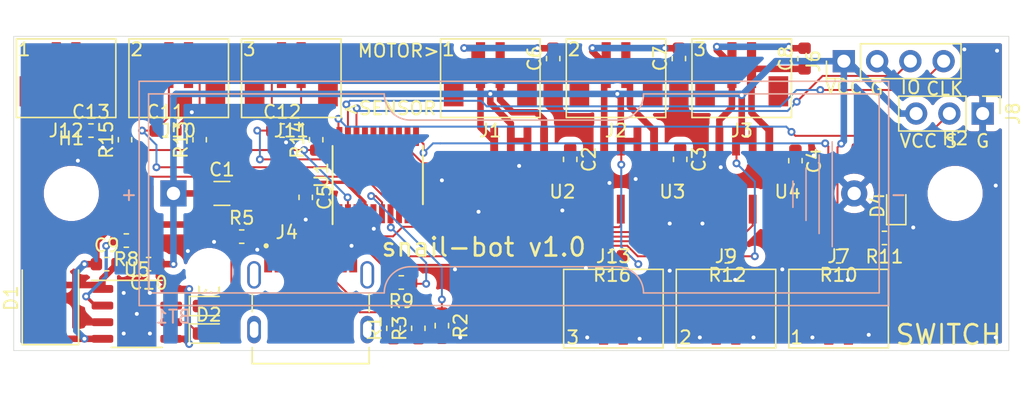
<source format=kicad_pcb>
(kicad_pcb (version 20171130) (host pcbnew "(5.1.12)-1")
  (layers (0 F.Cu signal) (31 B.Cu signal) (34 B.Paste user hide) (35 F.Paste user hide) (36 B.SilkS user hide) (37 F.SilkS user) (38 B.Mask user hide) (39 F.Mask user) (44 Edge.Cuts user))
  (net 0 "")
  (net 1 VCC)
  (net 2 GND)
  (net 3 /MOTOR_OUT_1B)
  (net 4 /MOTOR_OUT_1A)
  (net 5 /MOTOR_OUT_2B)
  (net 6 /MOTOR_OUT_2A)
  (net 7 /MOTOR_OUT_3B)
  (net 8 /MOTOR_OUT_3A)
  (net 9 +5V)
  (net 10 /SENSOR_2)
  (net 11 /SENSOR_3)
  (net 12 /SENSOR_1)
  (net 13 "Net-(D2-Pad2)")
  (net 14 "Net-(D2-Pad1)")
  (net 15 "Net-(D3-Pad1)")
  (net 16 /SERIAL)
  (net 17 "Net-(D4-Pad1)")
  (net 18 "Net-(J4-PadS1)")
  (net 19 "Net-(J4-PadB5)")
  (net 20 "Net-(J4-PadA8)")
  (net 21 "Net-(J4-PadB6)")
  (net 22 "Net-(J4-PadA7)")
  (net 23 "Net-(J4-PadB8)")
  (net 24 "Net-(J4-PadA5)")
  (net 25 "Net-(J4-PadB7)")
  (net 26 "Net-(J4-PadA6)")
  (net 27 /SWCLK)
  (net 28 /SWDIO)
  (net 29 /SW1)
  (net 30 /SW2)
  (net 31 "Net-(J10-Pad2)")
  (net 32 "Net-(J11-Pad2)")
  (net 33 "Net-(J12-Pad2)")
  (net 34 /SW3)
  (net 35 "Net-(R2-Pad1)")
  (net 36 "Net-(R8-Pad2)")
  (net 37 "Net-(R9-Pad1)")
  (net 38 /SENSOR_ENABLE)
  (net 39 /MOTOR_SIGNAL_3B)
  (net 40 /MOTOR_SIGNAL_3A)
  (net 41 /MOTOR_SIGNAL_2B)
  (net 42 /MOTOR_SIGNAL_2A)
  (net 43 /MOTOR_SIGNAL_1A)
  (net 44 /MOTOR_SIGNAL_1B)
  (module homebrew:HRO_TYPE-C-31-M-12 (layer F.Cu) (at 62.68 85.4)
    (fp_text reference J4 (at -1.825 -7.435) (layer F.SilkS))
    (fp_text value TYPE-C-31-M-12)
    (pad None np_thru_hole circle (at 2.89 -3.65) (size 0.7 0.7) (drill 0.7) (layers *.Cu *.Mask))
    (pad None np_thru_hole circle (at -2.89 -3.65) (size 0.7 0.7) (drill 0.7) (layers *.Cu *.Mask))
    (pad S4 thru_hole oval (at 4.32 0) (size 1.05 2.1) (drill oval 0.65 1.25) (layers *.Cu *.Mask) (net 18 "Net-(J4-PadS1)"))
    (pad S3 thru_hole oval (at -4.32 0) (size 1.05 2.1) (drill oval 0.65 1.25) (layers *.Cu *.Mask) (net 18 "Net-(J4-PadS1)"))
    (pad S2 thru_hole oval (at 4.32 -4.18) (size 1.05 2.1) (drill oval 0.65 1.75) (layers *.Cu *.Mask) (net 18 "Net-(J4-PadS1)"))
    (pad S1 thru_hole oval (at -4.32 -4.18) (size 1.05 2.1) (drill oval 0.65 1.75) (layers *.Cu *.Mask) (net 18 "Net-(J4-PadS1)"))
    (pad B1A12 smd rect (at 3.25 -5.095) (size 0.6 1.45) (layers F.Cu F.Paste F.Mask) (net 2 GND))
    (pad B4A9 smd rect (at 2.45 -5.095) (size 0.6 1.45) (layers F.Cu F.Paste F.Mask) (net 9 +5V))
    (pad B5 smd rect (at 1.75 -5.095) (size 0.3 1.45) (layers F.Cu F.Paste F.Mask) (net 19 "Net-(J4-PadB5)"))
    (pad A8 smd rect (at 1.25 -5.095) (size 0.3 1.45) (layers F.Cu F.Paste F.Mask) (net 20 "Net-(J4-PadA8)"))
    (pad B6 smd rect (at 0.75 -5.095) (size 0.3 1.45) (layers F.Cu F.Paste F.Mask) (net 21 "Net-(J4-PadB6)"))
    (pad A7 smd rect (at 0.25 -5.095) (size 0.3 1.45) (layers F.Cu F.Paste F.Mask) (net 22 "Net-(J4-PadA7)"))
    (pad B8 smd rect (at -1.75 -5.095) (size 0.3 1.45) (layers F.Cu F.Paste F.Mask) (net 23 "Net-(J4-PadB8)"))
    (pad A5 smd rect (at -1.25 -5.095) (size 0.3 1.45) (layers F.Cu F.Paste F.Mask) (net 24 "Net-(J4-PadA5)"))
    (pad B7 smd rect (at -0.75 -5.095) (size 0.3 1.45) (layers F.Cu F.Paste F.Mask) (net 25 "Net-(J4-PadB7)"))
    (pad A6 smd rect (at -0.25 -5.095) (size 0.3 1.45) (layers F.Cu F.Paste F.Mask) (net 26 "Net-(J4-PadA6)"))
    (pad A4B9 smd rect (at -2.45 -5.095) (size 0.6 1.45) (layers F.Cu F.Paste F.Mask) (net 9 +5V))
    (pad A1B12 smd rect (at -3.25 -5.095) (size 0.6 1.45) (layers F.Cu F.Paste F.Mask) (net 2 GND))
  )
  (module Battery:BatteryHolder_Keystone_2460_1xAA (layer B.Cu) (at 52.2 75)
    (fp_text reference BT1 (at -0.02 9.42 -180) (layer B.SilkS) (effects (justify mirror)))
    (fp_text value Battery_Cell hide)
    (fp_text user + (at -3.4 0.06) (layer B.SilkS) (effects (justify mirror)))
    (fp_text user - (at 55.37 0.06) (layer B.SilkS) (effects (justify mirror)))
    (pad 1 thru_hole rect (at 0 0 180) (size 2 2) (drill 1.02) (layers *.Cu *.Mask) (net 1 VCC))
    (pad 2 thru_hole circle (at 51.99 0 180) (size 2 2) (drill 1.02) (layers *.Cu *.Mask) (net 2 GND))
    (pad "" np_thru_hole circle (at 49.23 -5.995) (size 2.64 2.64) (drill 2.64) (layers *.Cu *.Mask))
    (pad "" np_thru_hole circle (at 2.75 5.995 270) (size 2.64 2.64) (drill 2.64) (layers *.Cu *.Mask))
  )
  (module homebrew:SOP-8_3.9x4.9mm_P1.27mm_Thermal (layer F.Cu) (at 49.4 84.2)
    (fp_text reference U5 (at 0 -3.4) (layer F.SilkS))
    (fp_text value CN3058E)
    (pad 9 smd rect (at 0 0) (size 2.7 3.8) (layers F.Cu F.Paste F.Mask))
    (pad 8 smd roundrect (at 2.625 -1.905) (size 1.65 0.6) (layers F.Cu F.Paste F.Mask) (net 1 VCC))
    (pad 7 smd roundrect (at 2.625 -0.635) (size 1.65 0.6) (layers F.Cu F.Paste F.Mask) (net 15 "Net-(D3-Pad1)"))
    (pad 6 smd roundrect (at 2.625 0.635) (size 1.65 0.6) (layers F.Cu F.Paste F.Mask) (net 14 "Net-(D2-Pad1)"))
    (pad 5 smd roundrect (at 2.625 1.905) (size 1.65 0.6) (layers F.Cu F.Paste F.Mask) (net 1 VCC))
    (pad 4 smd roundrect (at -2.625 1.905) (size 1.65 0.6) (layers F.Cu F.Paste F.Mask) (net 9 +5V))
    (pad 3 smd roundrect (at -2.625 0.635) (size 1.65 0.6) (layers F.Cu F.Paste F.Mask) (net 2 GND))
    (pad 2 smd roundrect (at -2.625 -0.635) (size 1.65 0.6) (layers F.Cu F.Paste F.Mask) (net 36 "Net-(R8-Pad2)"))
    (pad 1 smd roundrect (at -2.625 -1.905) (size 1.65 0.6) (layers F.Cu F.Paste F.Mask) (net 2 GND))
    (pad 9 thru_hole circle (at -1 -1.6) (size 0.6 0.6) (drill 0.3) (layers *.Cu *.Mask))
    (pad 9 thru_hole circle (at 1 -1.6) (size 0.6 0.6) (drill 0.3) (layers *.Cu *.Mask))
    (pad 9 thru_hole circle (at -1 1.5) (size 0.6 0.6) (drill 0.3) (layers *.Cu *.Mask))
    (pad 9 thru_hole circle (at 1 1.5) (size 0.6 0.6) (drill 0.3) (layers *.Cu *.Mask))
    (pad 9 thru_hole circle (at 0 0) (size 0.6 0.6) (drill 0.3) (layers *.Cu *.Mask))
    (pad 9 smd rect (at 0 0) (size 3 5) (layers B.Cu))
  )
  (module homebrew:JST_ZH_XKB_SMD_1x02_P1.5mm_Horizontal (layer F.Cu) (at 85.8 84.8 180)
    (fp_text reference J13 (at 0 5) (layer F.SilkS))
    (fp_text value Conn_01x02 hide)
    (pad ~ smd rect (at 2.8 2 180) (size 1.5 2.3) (layers F.Cu F.Paste F.Mask))
    (pad ~ smd rect (at -2.8 2 180) (size 1.5 2.3) (layers F.Cu F.Paste F.Mask))
    (pad 2 smd rect (at 0.75 0 180) (size 0.7 3.5) (layers F.Cu F.Paste F.Mask) (net 34 /SW3))
    (pad 1 smd rect (at -0.75 0 180) (size 0.7 3.5) (layers F.Cu F.Paste F.Mask) (net 2 GND))
  )
  (module homebrew:JST_ZH_XKB_SMD_1x02_P1.5mm_Horizontal (layer F.Cu) (at 44 65.2)
    (fp_text reference J12 (at 0 5) (layer F.SilkS))
    (fp_text value Conn_01x02 hide)
    (pad ~ smd rect (at 2.8 2) (size 1.5 2.3) (layers F.Cu F.Paste F.Mask))
    (pad ~ smd rect (at -2.8 2) (size 1.5 2.3) (layers F.Cu F.Paste F.Mask))
    (pad 2 smd rect (at 0.75 0) (size 0.7 3.5) (layers F.Cu F.Paste F.Mask) (net 33 "Net-(J12-Pad2)"))
    (pad 1 smd rect (at -0.75 0) (size 0.7 3.5) (layers F.Cu F.Paste F.Mask) (net 12 /SENSOR_1))
  )
  (module homebrew:JST_ZH_XKB_SMD_1x02_P1.5mm_Horizontal (layer F.Cu) (at 61.2 65.2)
    (fp_text reference J11 (at 0 5) (layer F.SilkS))
    (fp_text value Conn_01x02 hide)
    (pad ~ smd rect (at 2.8 2) (size 1.5 2.3) (layers F.Cu F.Paste F.Mask))
    (pad ~ smd rect (at -2.8 2) (size 1.5 2.3) (layers F.Cu F.Paste F.Mask))
    (pad 2 smd rect (at 0.75 0) (size 0.7 3.5) (layers F.Cu F.Paste F.Mask) (net 32 "Net-(J11-Pad2)"))
    (pad 1 smd rect (at -0.75 0) (size 0.7 3.5) (layers F.Cu F.Paste F.Mask) (net 11 /SENSOR_3))
  )
  (module homebrew:JST_ZH_XKB_SMD_1x02_P1.5mm_Horizontal (layer F.Cu) (at 52.6 65.2)
    (fp_text reference J10 (at 0 5) (layer F.SilkS))
    (fp_text value Conn_01x02 hide)
    (pad ~ smd rect (at 2.8 2) (size 1.5 2.3) (layers F.Cu F.Paste F.Mask))
    (pad ~ smd rect (at -2.8 2) (size 1.5 2.3) (layers F.Cu F.Paste F.Mask))
    (pad 2 smd rect (at 0.75 0) (size 0.7 3.5) (layers F.Cu F.Paste F.Mask) (net 31 "Net-(J10-Pad2)"))
    (pad 1 smd rect (at -0.75 0) (size 0.7 3.5) (layers F.Cu F.Paste F.Mask) (net 10 /SENSOR_2))
  )
  (module homebrew:JST_ZH_XKB_SMD_1x02_P1.5mm_Horizontal (layer F.Cu) (at 94.4 84.8 180)
    (fp_text reference J9 (at 0 5) (layer F.SilkS))
    (fp_text value Conn_01x02 hide)
    (pad ~ smd rect (at 2.8 2 180) (size 1.5 2.3) (layers F.Cu F.Paste F.Mask))
    (pad ~ smd rect (at -2.8 2 180) (size 1.5 2.3) (layers F.Cu F.Paste F.Mask))
    (pad 2 smd rect (at 0.75 0 180) (size 0.7 3.5) (layers F.Cu F.Paste F.Mask) (net 30 /SW2))
    (pad 1 smd rect (at -0.75 0 180) (size 0.7 3.5) (layers F.Cu F.Paste F.Mask) (net 2 GND))
  )
  (module homebrew:JST_ZH_XKB_SMD_1x02_P1.5mm_Horizontal (layer F.Cu) (at 103 84.8 180)
    (fp_text reference J7 (at 0 5) (layer F.SilkS))
    (fp_text value Conn_01x02 hide)
    (pad ~ smd rect (at 2.8 2 180) (size 1.5 2.3) (layers F.Cu F.Paste F.Mask))
    (pad ~ smd rect (at -2.8 2 180) (size 1.5 2.3) (layers F.Cu F.Paste F.Mask))
    (pad 2 smd rect (at 0.75 0 180) (size 0.7 3.5) (layers F.Cu F.Paste F.Mask) (net 29 /SW1))
    (pad 1 smd rect (at -0.75 0 180) (size 0.7 3.5) (layers F.Cu F.Paste F.Mask) (net 2 GND))
  )
  (module homebrew:JST_ZH_XKB_SMD_1x02_P1.5mm_Horizontal (layer F.Cu) (at 95.6 65.2)
    (fp_text reference J3 (at 0 5) (layer F.SilkS))
    (fp_text value Conn_01x02 hide)
    (pad ~ smd rect (at 2.8 2) (size 1.5 2.3) (layers F.Cu F.Paste F.Mask))
    (pad ~ smd rect (at -2.8 2) (size 1.5 2.3) (layers F.Cu F.Paste F.Mask))
    (pad 2 smd rect (at 0.75 0) (size 0.7 3.5) (layers F.Cu F.Paste F.Mask) (net 8 /MOTOR_OUT_3A))
    (pad 1 smd rect (at -0.75 0) (size 0.7 3.5) (layers F.Cu F.Paste F.Mask) (net 7 /MOTOR_OUT_3B))
  )
  (module homebrew:JST_ZH_XKB_SMD_1x02_P1.5mm_Horizontal (layer F.Cu) (at 86 65.2)
    (fp_text reference J2 (at 0 5) (layer F.SilkS))
    (fp_text value Conn_01x02 hide)
    (pad ~ smd rect (at 2.8 2) (size 1.5 2.3) (layers F.Cu F.Paste F.Mask))
    (pad ~ smd rect (at -2.8 2) (size 1.5 2.3) (layers F.Cu F.Paste F.Mask))
    (pad 2 smd rect (at 0.75 0) (size 0.7 3.5) (layers F.Cu F.Paste F.Mask) (net 6 /MOTOR_OUT_2A))
    (pad 1 smd rect (at -0.75 0) (size 0.7 3.5) (layers F.Cu F.Paste F.Mask) (net 5 /MOTOR_OUT_2B))
  )
  (module homebrew:JST_ZH_XKB_SMD_1x02_P1.5mm_Horizontal (layer F.Cu) (at 76.4 65.2)
    (fp_text reference J1 (at 0 5) (layer F.SilkS))
    (fp_text value Conn_01x02 hide)
    (pad ~ smd rect (at 2.8 2) (size 1.5 2.3) (layers F.Cu F.Paste F.Mask))
    (pad ~ smd rect (at -2.8 2) (size 1.5 2.3) (layers F.Cu F.Paste F.Mask))
    (pad 2 smd rect (at 0.75 0) (size 0.7 3.5) (layers F.Cu F.Paste F.Mask) (net 4 /MOTOR_OUT_1A))
    (pad 1 smd rect (at -0.75 0) (size 0.7 3.5) (layers F.Cu F.Paste F.Mask) (net 3 /MOTOR_OUT_1B))
  )
  (module snapeda:SO-08 (layer F.Cu) (at 95.8 73.6 180)
    (fp_text reference U4 (at -3.302 -1.27 180) (layer F.SilkS))
    (fp_text value L9110)
    (pad 5 smd rect (at 1.905 -2.6 180) (size 0.6 2.2) (layers F.Cu F.Paste F.Mask) (net 2 GND))
    (pad 6 smd rect (at 0.635 -2.6 180) (size 0.6 2.2) (layers F.Cu F.Paste F.Mask) (net 40 /MOTOR_SIGNAL_3A))
    (pad 8 smd rect (at -1.905 -2.6 180) (size 0.6 2.2) (layers F.Cu F.Paste F.Mask) (net 2 GND))
    (pad 4 smd rect (at 1.905 2.6 180) (size 0.6 2.2) (layers F.Cu F.Paste F.Mask) (net 7 /MOTOR_OUT_3B))
    (pad 3 smd rect (at 0.635 2.6 180) (size 0.6 2.2) (layers F.Cu F.Paste F.Mask) (net 1 VCC))
    (pad 1 smd rect (at -1.905 2.6 180) (size 0.6 2.2) (layers F.Cu F.Paste F.Mask) (net 8 /MOTOR_OUT_3A))
    (pad 7 smd rect (at -0.635 -2.6 180) (size 0.6 2.2) (layers F.Cu F.Paste F.Mask) (net 39 /MOTOR_SIGNAL_3B))
    (pad 2 smd rect (at -0.635 2.6 180) (size 0.6 2.2) (layers F.Cu F.Paste F.Mask) (net 1 VCC))
  )
  (module snapeda:SO-08 (layer F.Cu) (at 87 73.6 180)
    (fp_text reference U3 (at -3.302 -1.27 180) (layer F.SilkS))
    (fp_text value L9110)
    (pad 5 smd rect (at 1.905 -2.6 180) (size 0.6 2.2) (layers F.Cu F.Paste F.Mask) (net 2 GND))
    (pad 6 smd rect (at 0.635 -2.6 180) (size 0.6 2.2) (layers F.Cu F.Paste F.Mask) (net 42 /MOTOR_SIGNAL_2A))
    (pad 8 smd rect (at -1.905 -2.6 180) (size 0.6 2.2) (layers F.Cu F.Paste F.Mask) (net 2 GND))
    (pad 4 smd rect (at 1.905 2.6 180) (size 0.6 2.2) (layers F.Cu F.Paste F.Mask) (net 5 /MOTOR_OUT_2B))
    (pad 3 smd rect (at 0.635 2.6 180) (size 0.6 2.2) (layers F.Cu F.Paste F.Mask) (net 1 VCC))
    (pad 1 smd rect (at -1.905 2.6 180) (size 0.6 2.2) (layers F.Cu F.Paste F.Mask) (net 6 /MOTOR_OUT_2A))
    (pad 7 smd rect (at -0.635 -2.6 180) (size 0.6 2.2) (layers F.Cu F.Paste F.Mask) (net 41 /MOTOR_SIGNAL_2B))
    (pad 2 smd rect (at -0.635 2.6 180) (size 0.6 2.2) (layers F.Cu F.Paste F.Mask) (net 1 VCC))
  )
  (module snapeda:SO-08 (layer F.Cu) (at 78.6 73.6 180)
    (fp_text reference U2 (at -3.302 -1.27 180) (layer F.SilkS))
    (fp_text value L9110)
    (pad 5 smd rect (at 1.905 -2.6 180) (size 0.6 2.2) (layers F.Cu F.Paste F.Mask) (net 2 GND))
    (pad 6 smd rect (at 0.635 -2.6 180) (size 0.6 2.2) (layers F.Cu F.Paste F.Mask) (net 43 /MOTOR_SIGNAL_1A))
    (pad 8 smd rect (at -1.905 -2.6 180) (size 0.6 2.2) (layers F.Cu F.Paste F.Mask) (net 2 GND))
    (pad 4 smd rect (at 1.905 2.6 180) (size 0.6 2.2) (layers F.Cu F.Paste F.Mask) (net 3 /MOTOR_OUT_1B))
    (pad 3 smd rect (at 0.635 2.6 180) (size 0.6 2.2) (layers F.Cu F.Paste F.Mask) (net 1 VCC))
    (pad 1 smd rect (at -1.905 2.6 180) (size 0.6 2.2) (layers F.Cu F.Paste F.Mask) (net 4 /MOTOR_OUT_1A))
    (pad 7 smd rect (at -0.635 -2.6 180) (size 0.6 2.2) (layers F.Cu F.Paste F.Mask) (net 44 /MOTOR_SIGNAL_1B))
    (pad 2 smd rect (at -0.635 2.6 180) (size 0.6 2.2) (layers F.Cu F.Paste F.Mask) (net 1 VCC))
  )
  (module Package_SO:TSSOP-20_4.4x6.5mm_P0.65mm (layer F.Cu) (at 67.8 73.6 90)
    (fp_text reference U1 (at 0 -4.3 90) (layer F.SilkS))
    (fp_text value STM32G030F6P6)
    (pad 20 smd rect (at 2.95 -2.925 90) (size 1.45 0.45) (layers F.Cu F.Paste F.Mask) (net 16 /SERIAL))
    (pad 19 smd rect (at 2.95 -2.275 90) (size 1.45 0.45) (layers F.Cu F.Paste F.Mask) (net 27 /SWCLK))
    (pad 18 smd rect (at 2.95 -1.625 90) (size 1.45 0.45) (layers F.Cu F.Paste F.Mask) (net 28 /SWDIO))
    (pad 17 smd rect (at 2.95 -0.975 90) (size 1.45 0.45) (layers F.Cu F.Paste F.Mask) (net 39 /MOTOR_SIGNAL_3B))
    (pad 16 smd rect (at 2.95 -0.325 90) (size 1.45 0.45) (layers F.Cu F.Paste F.Mask) (net 40 /MOTOR_SIGNAL_3A))
    (pad 15 smd rect (at 2.95 0.325 90) (size 1.45 0.45) (layers F.Cu F.Paste F.Mask) (net 41 /MOTOR_SIGNAL_2B))
    (pad 14 smd rect (at 2.95 0.975 90) (size 1.45 0.45) (layers F.Cu F.Paste F.Mask) (net 42 /MOTOR_SIGNAL_2A))
    (pad 13 smd rect (at 2.95 1.625 90) (size 1.45 0.45) (layers F.Cu F.Paste F.Mask) (net 43 /MOTOR_SIGNAL_1A))
    (pad 12 smd rect (at 2.95 2.275 90) (size 1.45 0.45) (layers F.Cu F.Paste F.Mask) (net 44 /MOTOR_SIGNAL_1B))
    (pad 11 smd rect (at 2.95 2.925 90) (size 1.45 0.45) (layers F.Cu F.Paste F.Mask) (net 29 /SW1))
    (pad 10 smd rect (at -2.95 2.925 90) (size 1.45 0.45) (layers F.Cu F.Paste F.Mask) (net 11 /SENSOR_3))
    (pad 9 smd rect (at -2.95 2.275 90) (size 1.45 0.45) (layers F.Cu F.Paste F.Mask) (net 10 /SENSOR_2))
    (pad 8 smd rect (at -2.95 1.625 90) (size 1.45 0.45) (layers F.Cu F.Paste F.Mask) (net 12 /SENSOR_1))
    (pad 7 smd rect (at -2.95 0.975 90) (size 1.45 0.45) (layers F.Cu F.Paste F.Mask) (net 37 "Net-(R9-Pad1)"))
    (pad 6 smd rect (at -2.95 0.325 90) (size 1.45 0.45) (layers F.Cu F.Paste F.Mask) (net 35 "Net-(R2-Pad1)"))
    (pad 5 smd rect (at -2.95 -0.325 90) (size 1.45 0.45) (layers F.Cu F.Paste F.Mask) (net 2 GND))
    (pad 4 smd rect (at -2.95 -0.975 90) (size 1.45 0.45) (layers F.Cu F.Paste F.Mask) (net 1 VCC))
    (pad 3 smd rect (at -2.95 -1.625 90) (size 1.45 0.45) (layers F.Cu F.Paste F.Mask) (net 30 /SW2))
    (pad 2 smd rect (at -2.95 -2.275 90) (size 1.45 0.45) (layers F.Cu F.Paste F.Mask) (net 38 /SENSOR_ENABLE))
    (pad 1 smd rect (at -2.95 -2.925 90) (size 1.45 0.45) (layers F.Cu F.Paste F.Mask) (net 34 /SW3))
  )
  (module Resistor_SMD:R_0603_1608Metric (layer F.Cu) (at 85.7 79.8 180)
    (fp_text reference R16 (at 0 -1.43) (layer F.SilkS))
    (fp_text value 1M)
    (pad 2 smd roundrect (at 0.7875 0 180) (size 0.875 0.95) (layers F.Cu F.Paste F.Mask) (net 34 /SW3))
    (pad 1 smd roundrect (at -0.7875 0 180) (size 0.875 0.95) (layers F.Cu F.Paste F.Mask) (net 1 VCC))
  )
  (module Resistor_SMD:R_0603_1608Metric (layer F.Cu) (at 48.5 70.9 90)
    (fp_text reference R15 (at 0 -1.43 90) (layer F.SilkS))
    (fp_text value 47k)
    (pad 2 smd roundrect (at 0.7875 0 90) (size 0.875 0.95) (layers F.Cu F.Paste F.Mask) (net 33 "Net-(J12-Pad2)"))
    (pad 1 smd roundrect (at -0.7875 0 90) (size 0.875 0.95) (layers F.Cu F.Paste F.Mask) (net 38 /SENSOR_ENABLE))
  )
  (module Resistor_SMD:R_0603_1608Metric (layer F.Cu) (at 63.1 70.9 90)
    (fp_text reference R14 (at 0 -1.43 90) (layer F.SilkS))
    (fp_text value 47k)
    (pad 2 smd roundrect (at 0.7875 0 90) (size 0.875 0.95) (layers F.Cu F.Paste F.Mask) (net 32 "Net-(J11-Pad2)"))
    (pad 1 smd roundrect (at -0.7875 0 90) (size 0.875 0.95) (layers F.Cu F.Paste F.Mask) (net 38 /SENSOR_ENABLE))
  )
  (module Resistor_SMD:R_0603_1608Metric (layer F.Cu) (at 54.2 70.9 90)
    (fp_text reference R13 (at 0 -1.43 90) (layer F.SilkS))
    (fp_text value 47k)
    (pad 2 smd roundrect (at 0.7875 0 90) (size 0.875 0.95) (layers F.Cu F.Paste F.Mask) (net 31 "Net-(J10-Pad2)"))
    (pad 1 smd roundrect (at -0.7875 0 90) (size 0.875 0.95) (layers F.Cu F.Paste F.Mask) (net 38 /SENSOR_ENABLE))
  )
  (module Resistor_SMD:R_0603_1608Metric (layer F.Cu) (at 94.5 79.8 180)
    (fp_text reference R12 (at 0 -1.43) (layer F.SilkS))
    (fp_text value 1M)
    (pad 2 smd roundrect (at 0.7875 0 180) (size 0.875 0.95) (layers F.Cu F.Paste F.Mask) (net 30 /SW2))
    (pad 1 smd roundrect (at -0.7875 0 180) (size 0.875 0.95) (layers F.Cu F.Paste F.Mask) (net 1 VCC))
  )
  (module Resistor_SMD:R_0603_1608Metric (layer F.Cu) (at 106.5 78.4 180)
    (fp_text reference R11 (at 0 -1.43) (layer F.SilkS))
    (fp_text value 10k)
    (pad 2 smd roundrect (at 0.7875 0 180) (size 0.875 0.95) (layers F.Cu F.Paste F.Mask) (net 2 GND))
    (pad 1 smd roundrect (at -0.7875 0 180) (size 0.875 0.95) (layers F.Cu F.Paste F.Mask) (net 17 "Net-(D4-Pad1)"))
  )
  (module Resistor_SMD:R_0603_1608Metric (layer F.Cu) (at 103 79.8 180)
    (fp_text reference R10 (at 0 -1.43) (layer F.SilkS))
    (fp_text value 1M)
    (pad 2 smd roundrect (at 0.7875 0 180) (size 0.875 0.95) (layers F.Cu F.Paste F.Mask) (net 29 /SW1))
    (pad 1 smd roundrect (at -0.7875 0 180) (size 0.875 0.95) (layers F.Cu F.Paste F.Mask) (net 1 VCC))
  )
  (module Resistor_SMD:R_0603_1608Metric (layer F.Cu) (at 69.6 81.8 180)
    (fp_text reference R9 (at 0 -1.43) (layer F.SilkS))
    (fp_text value 10k)
    (pad 2 smd roundrect (at 0.7875 0 180) (size 0.875 0.95) (layers F.Cu F.Paste F.Mask) (net 9 +5V))
    (pad 1 smd roundrect (at -0.7875 0 180) (size 0.875 0.95) (layers F.Cu F.Paste F.Mask) (net 37 "Net-(R9-Pad1)"))
  )
  (module Resistor_SMD:R_0603_1608Metric (layer F.Cu) (at 48.6 78.6 180)
    (fp_text reference R8 (at 0 -1.43) (layer F.SilkS))
    (fp_text value 3k3)
    (pad 2 smd roundrect (at 0.7875 0 180) (size 0.875 0.95) (layers F.Cu F.Paste F.Mask) (net 36 "Net-(R8-Pad2)"))
    (pad 1 smd roundrect (at -0.7875 0 180) (size 0.875 0.95) (layers F.Cu F.Paste F.Mask) (net 2 GND))
  )
  (module Resistor_SMD:R_0603_1608Metric (layer F.Cu) (at 57.4125 78.3)
    (fp_text reference R5 (at 0 -1.43) (layer F.SilkS))
    (fp_text value 10k)
    (pad 2 smd roundrect (at 0.7875 0) (size 0.875 0.95) (layers F.Cu F.Paste F.Mask) (net 9 +5V))
    (pad 1 smd roundrect (at -0.7875 0) (size 0.875 0.95) (layers F.Cu F.Paste F.Mask) (net 13 "Net-(D2-Pad2)"))
  )
  (module Resistor_SMD:R_0603_1608Metric (layer F.Cu) (at 70.9 85.3 90)
    (fp_text reference R3 (at 0 -1.43 90) (layer F.SilkS))
    (fp_text value 5.1k)
    (pad 2 smd roundrect (at 0.7875 0 90) (size 0.875 0.95) (layers F.Cu F.Paste F.Mask) (net 19 "Net-(J4-PadB5)"))
    (pad 1 smd roundrect (at -0.7875 0 90) (size 0.875 0.95) (layers F.Cu F.Paste F.Mask) (net 2 GND))
  )
  (module Resistor_SMD:R_0603_1608Metric_Pad1.05x0.95mm_HandSolder (layer F.Cu) (at 72.7 85.1 270)
    (fp_text reference R2 (at 0 -1.43 90) (layer F.SilkS))
    (fp_text value DNP)
    (pad 1 smd roundrect (at -0.875 0 270) (size 1.05 0.95) (layers F.Cu F.Paste F.Mask) (net 35 "Net-(R2-Pad1)"))
    (pad 2 smd roundrect (at 0.875 0 270) (size 1.05 0.95) (layers F.Cu F.Paste F.Mask) (net 2 GND))
  )
  (module Resistor_SMD:R_0603_1608Metric (layer F.Cu) (at 69 85.3 90)
    (fp_text reference R1 (at 0 -1.43 90) (layer F.SilkS))
    (fp_text value 5.1k)
    (pad 2 smd roundrect (at 0.7875 0 90) (size 0.875 0.95) (layers F.Cu F.Paste F.Mask) (net 24 "Net-(J4-PadA5)"))
    (pad 1 smd roundrect (at -0.7875 0 90) (size 0.875 0.95) (layers F.Cu F.Paste F.Mask) (net 2 GND))
  )
  (module Connector_PinHeader_2.54mm:PinHeader_1x03_P2.54mm_Vertical (layer F.Cu) (at 114 68.9 270)
    (fp_text reference J8 (at 0 -2.33 90) (layer F.SilkS))
    (fp_text value Conn_01x03)
    (pad 3 thru_hole oval (at 0 5.08 270) (size 1.7 1.7) (drill 1) (layers *.Cu *.Mask) (net 1 VCC))
    (pad 2 thru_hole oval (at 0 2.54 270) (size 1.7 1.7) (drill 1) (layers *.Cu *.Mask) (net 16 /SERIAL))
    (pad 1 thru_hole rect (at 0 0 270) (size 1.7 1.7) (drill 1) (layers *.Cu *.Mask) (net 2 GND))
  )
  (module Connector_PinHeader_2.54mm:PinHeader_1x04_P2.54mm_Vertical (layer F.Cu) (at 103.4 64.9 90)
    (fp_text reference J6 (at 0 -2.33 90) (layer F.SilkS))
    (fp_text value Conn_01x04)
    (pad 4 thru_hole oval (at 0 7.62 90) (size 1.7 1.7) (drill 1) (layers *.Cu *.Mask) (net 27 /SWCLK))
    (pad 3 thru_hole oval (at 0 5.08 90) (size 1.7 1.7) (drill 1) (layers *.Cu *.Mask) (net 28 /SWDIO))
    (pad 2 thru_hole oval (at 0 2.54 90) (size 1.7 1.7) (drill 1) (layers *.Cu *.Mask) (net 2 GND))
    (pad 1 thru_hole rect (at 0 0 90) (size 1.7 1.7) (drill 1) (layers *.Cu *.Mask) (net 1 VCC))
  )
  (module MountingHole:MountingHole_3.2mm_M3 (layer F.Cu) (at 111.9 75)
    (fp_text reference H2 (at 0 -4.2) (layer F.SilkS))
    (fp_text value HOLE)
    (pad 1 np_thru_hole circle (at 0 0) (size 3.2 3.2) (drill 3.2) (layers *.Cu *.Mask))
  )
  (module MountingHole:MountingHole_3.2mm_M3 (layer F.Cu) (at 44.4 75)
    (fp_text reference H1 (at 0 -4.2) (layer F.SilkS))
    (fp_text value HOLE)
    (pad 1 np_thru_hole circle (at 0 0) (size 3.2 3.2) (drill 3.2) (layers *.Cu *.Mask))
  )
  (module LED_SMD:LED_0603_1608Metric (layer F.Cu) (at 107.4 75.9 90)
    (fp_text reference D4 (at 0 -1.43 90) (layer F.SilkS))
    (fp_text value LED)
    (pad 2 smd roundrect (at 0.7875 0 90) (size 0.875 0.95) (layers F.Cu F.Paste F.Mask) (net 16 /SERIAL))
    (pad 1 smd roundrect (at -0.7875 0 90) (size 0.875 0.95) (layers F.Cu F.Paste F.Mask) (net 17 "Net-(D4-Pad1)"))
  )
  (module LED_SMD:LED_0603_1608Metric (layer F.Cu) (at 54.9 83.6)
    (fp_text reference D3 (at 0 -1.43) (layer F.SilkS))
    (fp_text value LED)
    (pad 2 smd roundrect (at 0.7875 0) (size 0.875 0.95) (layers F.Cu F.Paste F.Mask) (net 13 "Net-(D2-Pad2)"))
    (pad 1 smd roundrect (at -0.7875 0) (size 0.875 0.95) (layers F.Cu F.Paste F.Mask) (net 15 "Net-(D3-Pad1)"))
  )
  (module LED_SMD:LED_0603_1608Metric (layer F.Cu) (at 54.9 85.7)
    (fp_text reference D2 (at 0 -1.43) (layer F.SilkS))
    (fp_text value LED)
    (pad 2 smd roundrect (at 0.7875 0) (size 0.875 0.95) (layers F.Cu F.Paste F.Mask) (net 13 "Net-(D2-Pad2)"))
    (pad 1 smd roundrect (at -0.7875 0) (size 0.875 0.95) (layers F.Cu F.Paste F.Mask) (net 14 "Net-(D2-Pad1)"))
  )
  (module Diode_SMD:D_SMB (layer F.Cu) (at 42.8 83 90)
    (fp_text reference D1 (at 0 -3 90) (layer F.SilkS))
    (fp_text value D_TVS)
    (pad 2 smd rect (at 2.15 0 90) (size 2.5 2.3) (layers F.Cu F.Paste F.Mask) (net 2 GND))
    (pad 1 smd rect (at -2.15 0 90) (size 2.5 2.3) (layers F.Cu F.Paste F.Mask) (net 9 +5V))
  )
  (module Capacitor_SMD:C_0603_1608Metric (layer F.Cu) (at 45.9 70.2)
    (fp_text reference C13 (at 0 -1.43) (layer F.SilkS))
    (fp_text value 10nF)
    (pad 2 smd roundrect (at 0.7875 0) (size 0.875 0.95) (layers F.Cu F.Paste F.Mask) (net 2 GND))
    (pad 1 smd roundrect (at -0.7875 0) (size 0.875 0.95) (layers F.Cu F.Paste F.Mask) (net 12 /SENSOR_1))
  )
  (module Capacitor_SMD:C_0603_1608Metric (layer F.Cu) (at 60.5 70.2)
    (fp_text reference C12 (at 0 -1.43) (layer F.SilkS))
    (fp_text value 10nF)
    (pad 2 smd roundrect (at 0.7875 0) (size 0.875 0.95) (layers F.Cu F.Paste F.Mask) (net 2 GND))
    (pad 1 smd roundrect (at -0.7875 0) (size 0.875 0.95) (layers F.Cu F.Paste F.Mask) (net 11 /SENSOR_3))
  )
  (module Capacitor_SMD:C_0603_1608Metric (layer F.Cu) (at 51.6 70.2)
    (fp_text reference C11 (at 0 -1.43) (layer F.SilkS))
    (fp_text value 10nF)
    (pad 2 smd roundrect (at 0.7875 0) (size 0.875 0.95) (layers F.Cu F.Paste F.Mask) (net 2 GND))
    (pad 1 smd roundrect (at -0.7875 0) (size 0.875 0.95) (layers F.Cu F.Paste F.Mask) (net 10 /SENSOR_2))
  )
  (module Capacitor_SMD:C_0603_1608Metric (layer F.Cu) (at 50.3 80.4 180)
    (fp_text reference C10 (at 0 -1.43) (layer F.SilkS))
    (fp_text value 0.1uF)
    (pad 2 smd roundrect (at 0.7875 0 180) (size 0.875 0.95) (layers F.Cu F.Paste F.Mask) (net 2 GND))
    (pad 1 smd roundrect (at -0.7875 0 180) (size 0.875 0.95) (layers F.Cu F.Paste F.Mask) (net 1 VCC))
  )
  (module Capacitor_SMD:C_0603_1608Metric (layer F.Cu) (at 47.1 80.4)
    (fp_text reference C9 (at 0 -1.43) (layer F.SilkS))
    (fp_text value 0.1uF)
    (pad 2 smd roundrect (at 0.7875 0) (size 0.875 0.95) (layers F.Cu F.Paste F.Mask) (net 2 GND))
    (pad 1 smd roundrect (at -0.7875 0) (size 0.875 0.95) (layers F.Cu F.Paste F.Mask) (net 9 +5V))
  )
  (module Capacitor_SMD:C_0603_1608Metric (layer F.Cu) (at 100.4 64.7 90)
    (fp_text reference C8 (at 0 -1.43 90) (layer F.SilkS))
    (fp_text value 0.1uF)
    (pad 2 smd roundrect (at 0.7875 0 90) (size 0.875 0.95) (layers F.Cu F.Paste F.Mask) (net 7 /MOTOR_OUT_3B))
    (pad 1 smd roundrect (at -0.7875 0 90) (size 0.875 0.95) (layers F.Cu F.Paste F.Mask) (net 8 /MOTOR_OUT_3A))
  )
  (module Capacitor_SMD:C_0603_1608Metric (layer F.Cu) (at 90.8 64.7 90)
    (fp_text reference C7 (at 0 -1.43 90) (layer F.SilkS))
    (fp_text value 0.1uF)
    (pad 2 smd roundrect (at 0.7875 0 90) (size 0.875 0.95) (layers F.Cu F.Paste F.Mask) (net 5 /MOTOR_OUT_2B))
    (pad 1 smd roundrect (at -0.7875 0 90) (size 0.875 0.95) (layers F.Cu F.Paste F.Mask) (net 6 /MOTOR_OUT_2A))
  )
  (module Capacitor_SMD:C_0603_1608Metric (layer F.Cu) (at 81.2 64.7 90)
    (fp_text reference C6 (at 0 -1.43 90) (layer F.SilkS))
    (fp_text value 0.1uF)
    (pad 2 smd roundrect (at 0.7875 0 90) (size 0.875 0.95) (layers F.Cu F.Paste F.Mask) (net 3 /MOTOR_OUT_1B))
    (pad 1 smd roundrect (at -0.7875 0 90) (size 0.875 0.95) (layers F.Cu F.Paste F.Mask) (net 4 /MOTOR_OUT_1A))
  )
  (module Capacitor_SMD:C_0603_1608Metric (layer F.Cu) (at 62.3 75.3 270)
    (fp_text reference C5 (at 0 -1.43 90) (layer F.SilkS))
    (fp_text value 0.1uF)
    (pad 2 smd roundrect (at 0.7875 0 270) (size 0.875 0.95) (layers F.Cu F.Paste F.Mask) (net 2 GND))
    (pad 1 smd roundrect (at -0.7875 0 270) (size 0.875 0.95) (layers F.Cu F.Paste F.Mask) (net 1 VCC))
  )
  (module Capacitor_SMD:C_0603_1608Metric (layer F.Cu) (at 99.7 72.5 270)
    (fp_text reference C4 (at 0 -1.43 90) (layer F.SilkS))
    (fp_text value 0.1uF)
    (pad 2 smd roundrect (at 0.7875 0 270) (size 0.875 0.95) (layers F.Cu F.Paste F.Mask) (net 2 GND))
    (pad 1 smd roundrect (at -0.7875 0 270) (size 0.875 0.95) (layers F.Cu F.Paste F.Mask) (net 1 VCC))
  )
  (module Capacitor_SMD:C_0603_1608Metric (layer F.Cu) (at 90.9 72.4 270)
    (fp_text reference C3 (at 0 -1.43 90) (layer F.SilkS))
    (fp_text value 0.1uF)
    (pad 2 smd roundrect (at 0.7875 0 270) (size 0.875 0.95) (layers F.Cu F.Paste F.Mask) (net 2 GND))
    (pad 1 smd roundrect (at -0.7875 0 270) (size 0.875 0.95) (layers F.Cu F.Paste F.Mask) (net 1 VCC))
  )
  (module Capacitor_SMD:C_0603_1608Metric (layer F.Cu) (at 82.5 72.4 270)
    (fp_text reference C2 (at 0 -1.43 90) (layer F.SilkS))
    (fp_text value 0.1uF)
    (pad 2 smd roundrect (at 0.7875 0 270) (size 0.875 0.95) (layers F.Cu F.Paste F.Mask) (net 2 GND))
    (pad 1 smd roundrect (at -0.7875 0 270) (size 0.875 0.95) (layers F.Cu F.Paste F.Mask) (net 1 VCC))
  )
  (module Capacitor_SMD:C_1206_3216Metric (layer F.Cu) (at 55.9 75)
    (fp_text reference C1 (at 0 -1.82) (layer F.SilkS))
    (fp_text value 100uF)
    (pad 2 smd roundrect (at 1.4 0) (size 1.25 1.75) (layers F.Cu F.Paste F.Mask) (roundrect_rratio 0.2) (net 2 GND))
    (pad 1 smd roundrect (at -1.4 0) (size 1.25 1.75) (layers F.Cu F.Paste F.Mask) (roundrect_rratio 0.2) (net 1 VCC))
  )
  (gr_text "snail-bot v1.0" (at 75.9 79.1) (layer F.SilkS) (effects (font (size 1.4 1.4) (thickness 0.2))))
  (gr_text G (at 114 71) (layer F.SilkS) (effects (font (size 1 1))))
  (gr_text S (at 111.6 71) (layer F.SilkS) (effects (font (size 1 1))))
  (gr_text VCC (at 109.1 71) (layer F.SilkS) (effects (font (size 1 1))))
  (gr_text VCC (at 103.4 66.9) (layer F.SilkS) (effects (font (size 1 1))))
  (gr_text G (at 105.9 67) (layer F.SilkS) (effects (font (size 1 1))))
  (gr_text IO (at 108.5 66.9) (layer F.SilkS) (effects (font (size 1 1))))
  (gr_text CLK (at 111.1 67) (layer F.SilkS) (effects (font (size 1 1))))
  (gr_text 3 (at 92.4 64) (layer F.SilkS) (effects (font (size 1 1))))
  (gr_text 2 (at 82.8 64) (layer F.SilkS) (effects (font (size 1 1))))
  (gr_text 1 (at 73.2 64) (layer F.SilkS) (effects (font (size 1 1))))
  (gr_text 3 (at 58 64) (layer F.SilkS) (effects (font (size 1 1))))
  (gr_text 2 (at 49.4 64) (layer F.SilkS) (effects (font (size 1 1))))
  (gr_text 1 (at 40.8 64) (layer F.SilkS) (effects (font (size 1 1))))
  (gr_text 1 (at 99.8 86) (layer F.SilkS) (effects (font (size 1 1))))
  (gr_text 2 (at 91.3 86) (layer F.SilkS) (effects (font (size 1 1))))
  (gr_text 3 (at 82.7 86) (layer F.SilkS) (effects (font (size 1 1))))
  (gr_text <SENSOR (at 68.7 68.5) (layer F.SilkS) (effects (font (size 1 1))))
  (gr_text MOTOR> (at 69.4 64.1) (layer F.SilkS) (effects (font (size 1 1))))
  (gr_text SWITCH (at 111.4 85.8) (layer F.SilkS) (effects (font (size 1.5 1.5) (thickness 0.2))))
  (gr_line (start 40 87) (end 40 63) (layer Edge.Cuts) (width 0.05))
  (gr_line (start 116 87) (end 40 87) (layer Edge.Cuts) (width 0.05))
  (gr_line (start 116 63) (end 116 87) (layer Edge.Cuts) (width 0.05))
  (gr_line (start 40 63) (end 116 63) (layer Edge.Cuts) (width 0.05))
  (segment (start 77.965 71) (end 79.235 71) (width 0.5) (layer F.Cu) (net 1))
  (segment (start 86.365 71) (end 87.635 71) (width 0.5) (layer F.Cu) (net 1))
  (segment (start 95.165 71) (end 96.435 71) (width 0.5) (layer F.Cu) (net 1))
  (segment (start 96.435 71.940002) (end 96.435 71) (width 0.5) (layer F.Cu) (net 1))
  (segment (start 97.044999 72.550001) (end 96.435 71.940002) (width 0.5) (layer F.Cu) (net 1))
  (segment (start 98.862499 72.550001) (end 97.044999 72.550001) (width 0.5) (layer F.Cu) (net 1))
  (segment (start 99.7 71.7125) (end 98.862499 72.550001) (width 0.5) (layer F.Cu) (net 1))
  (segment (start 87.635 71.940002) (end 87.635 71) (width 0.5) (layer F.Cu) (net 1))
  (segment (start 88.244999 72.550001) (end 87.635 71.940002) (width 0.5) (layer F.Cu) (net 1))
  (segment (start 89.962499 72.550001) (end 88.244999 72.550001) (width 0.5) (layer F.Cu) (net 1))
  (segment (start 90.9 71.6125) (end 89.962499 72.550001) (width 0.5) (layer F.Cu) (net 1))
  (segment (start 79.235 71.940002) (end 79.235 71) (width 0.5) (layer F.Cu) (net 1))
  (segment (start 79.844999 72.550001) (end 79.235 71.940002) (width 0.5) (layer F.Cu) (net 1))
  (segment (start 81.562499 72.550001) (end 79.844999 72.550001) (width 0.5) (layer F.Cu) (net 1))
  (segment (start 82.5 71.6125) (end 81.562499 72.550001) (width 0.5) (layer F.Cu) (net 1))
  (segment (start 51.0875 81.3575) (end 52.025 82.295) (width 0.5) (layer F.Cu) (net 1))
  (segment (start 51.0875 80.4) (end 51.0875 81.3575) (width 0.5) (layer F.Cu) (net 1))
  (via (at 53.4 86.5) (size 0.6) (drill 0.3) (layers F.Cu B.Cu) (net 1))
  (segment (start 53.050612 86.105) (end 53.286996 86.341384) (width 0.5) (layer F.Cu) (net 1))
  (segment (start 52.025 86.105) (end 53.050612 86.105) (width 0.5) (layer F.Cu) (net 1))
  (via (at 53.4 82.3) (size 0.6) (drill 0.3) (layers F.Cu B.Cu) (net 1))
  (segment (start 53.286996 82.413004) (end 53.4 82.3) (width 0.5) (layer B.Cu) (net 1))
  (segment (start 53.286996 86.341384) (end 53.286996 82.413004) (width 0.5) (layer B.Cu) (net 1))
  (segment (start 52.03 82.3) (end 52.025 82.295) (width 0.5) (layer F.Cu) (net 1))
  (segment (start 53.4 82.3) (end 52.03 82.3) (width 0.5) (layer F.Cu) (net 1))
  (via (at 52.2 80.4) (size 0.6) (drill 0.3) (layers F.Cu B.Cu) (net 1))
  (segment (start 52.2 75) (end 52.2 80.4) (width 0.5) (layer B.Cu) (net 1))
  (segment (start 52.2 80.4) (end 51.0875 80.4) (width 0.5) (layer F.Cu) (net 1))
  (segment (start 55.48681 75) (end 54.5 75) (width 0.25) (layer F.Cu) (net 1))
  (segment (start 56.68682 73.79999) (end 55.48681 75) (width 0.25) (layer F.Cu) (net 1))
  (segment (start 57.91318 73.79999) (end 56.68682 73.79999) (width 0.25) (layer F.Cu) (net 1))
  (segment (start 58.263179 74.149989) (end 57.91318 73.79999) (width 0.25) (layer F.Cu) (net 1))
  (segment (start 66.825 75.664998) (end 65.309991 74.149989) (width 0.25) (layer F.Cu) (net 1))
  (segment (start 66.825 76.55) (end 66.825 75.664998) (width 0.25) (layer F.Cu) (net 1))
  (segment (start 63.150011 74.149989) (end 62.662511 74.149989) (width 0.25) (layer F.Cu) (net 1))
  (segment (start 62.662511 74.149989) (end 62.3 74.5125) (width 0.25) (layer F.Cu) (net 1))
  (segment (start 65.309991 74.149989) (end 63.150011 74.149989) (width 0.25) (layer F.Cu) (net 1))
  (segment (start 63.150011 74.149989) (end 58.263179 74.149989) (width 0.25) (layer F.Cu) (net 1))
  (segment (start 52.2 75) (end 54.5 75) (width 0.5) (layer F.Cu) (net 1))
  (segment (start 52.2 75) (end 52.2 67.6) (width 0.5) (layer B.Cu) (net 1))
  (via (at 76.4 67.4) (size 0.6) (drill 0.3) (layers F.Cu B.Cu) (net 1))
  (segment (start 52.4 67.4) (end 76.4 67.4) (width 0.5) (layer B.Cu) (net 1))
  (segment (start 52.2 67.6) (end 52.4 67.4) (width 0.5) (layer B.Cu) (net 1))
  (segment (start 77.965 69.664967) (end 77.965 71) (width 0.5) (layer F.Cu) (net 1))
  (segment (start 76.4 68.099967) (end 77.965 69.664967) (width 0.5) (layer F.Cu) (net 1))
  (segment (start 76.4 67.4) (end 76.4 68.099967) (width 0.5) (layer F.Cu) (net 1))
  (via (at 95.6 67.5) (size 0.6) (drill 0.3) (layers F.Cu B.Cu) (net 1))
  (segment (start 95.5 67.4) (end 95.6 67.5) (width 0.5) (layer B.Cu) (net 1))
  (segment (start 98.2 64.9) (end 103.4 64.9) (width 0.5) (layer B.Cu) (net 1))
  (segment (start 95.6 67.5) (end 98.2 64.9) (width 0.5) (layer B.Cu) (net 1))
  (segment (start 95.6 70.565) (end 95.165 71) (width 0.5) (layer F.Cu) (net 1))
  (segment (start 95.6 67.5) (end 95.6 70.565) (width 0.5) (layer F.Cu) (net 1))
  (via (at 86.1 67.4) (size 0.6) (drill 0.3) (layers F.Cu B.Cu) (net 1))
  (segment (start 86.365 71) (end 86.365 67.665) (width 0.5) (layer F.Cu) (net 1))
  (segment (start 86.365 67.665) (end 86.1 67.4) (width 0.5) (layer F.Cu) (net 1))
  (segment (start 86.1 67.4) (end 95.5 67.4) (width 0.5) (layer B.Cu) (net 1))
  (segment (start 76.4 67.4) (end 86.1 67.4) (width 0.5) (layer B.Cu) (net 1))
  (via (at 87.7 80.4) (size 0.6) (drill 0.3) (layers F.Cu B.Cu) (net 1))
  (segment (start 87.1 79.8) (end 87.7 80.4) (width 0.15) (layer F.Cu) (net 1))
  (segment (start 86.4875 79.8) (end 87.1 79.8) (width 0.15) (layer F.Cu) (net 1))
  (via (at 86.4 72.8) (size 0.6) (drill 0.3) (layers F.Cu B.Cu) (net 1))
  (segment (start 86.4 79.1) (end 86.4 72.8) (width 0.15) (layer B.Cu) (net 1))
  (segment (start 87.7 80.4) (end 86.4 79.1) (width 0.15) (layer B.Cu) (net 1))
  (segment (start 86.4 71.035) (end 86.365 71) (width 0.15) (layer F.Cu) (net 1))
  (segment (start 86.4 72.8) (end 86.4 71.035) (width 0.15) (layer F.Cu) (net 1))
  (via (at 96.6 79.8) (size 0.6) (drill 0.3) (layers F.Cu B.Cu) (net 1))
  (segment (start 95.2875 79.8) (end 96.6 79.8) (width 0.15) (layer F.Cu) (net 1))
  (via (at 95.2 72.7) (size 0.6) (drill 0.3) (layers F.Cu B.Cu) (net 1))
  (segment (start 96.6 74.1) (end 95.2 72.7) (width 0.15) (layer B.Cu) (net 1))
  (segment (start 96.6 79.8) (end 96.6 74.1) (width 0.15) (layer B.Cu) (net 1))
  (segment (start 95.2 71.035) (end 95.165 71) (width 0.15) (layer F.Cu) (net 1))
  (segment (start 95.2 72.7) (end 95.2 71.035) (width 0.15) (layer F.Cu) (net 1))
  (via (at 103.2 71.2) (size 0.6) (drill 0.3) (layers F.Cu B.Cu) (net 1))
  (segment (start 102.914999 71.485001) (end 103.2 71.2) (width 0.15) (layer F.Cu) (net 1))
  (segment (start 102.914999 78.927499) (end 102.914999 71.485001) (width 0.15) (layer F.Cu) (net 1))
  (segment (start 103.7875 79.8) (end 102.914999 78.927499) (width 0.15) (layer F.Cu) (net 1))
  (segment (start 103.717919 64.9) (end 103.4 64.9) (width 0.5) (layer B.Cu) (net 1))
  (segment (start 107.717919 68.9) (end 103.717919 64.9) (width 0.5) (layer B.Cu) (net 1))
  (segment (start 108.92 68.9) (end 107.717919 68.9) (width 0.5) (layer B.Cu) (net 1))
  (segment (start 103.4 71) (end 103.2 71.2) (width 0.5) (layer B.Cu) (net 1))
  (segment (start 103.4 64.9) (end 103.4 71) (width 0.5) (layer B.Cu) (net 1))
  (segment (start 72.5875 86.0875) (end 72.7 85.975) (width 0.15) (layer F.Cu) (net 2))
  (segment (start 69 86.0875) (end 72.5875 86.0875) (width 0.15) (layer F.Cu) (net 2))
  (segment (start 99.7 74.205) (end 97.705 76.2) (width 0.5) (layer F.Cu) (net 2))
  (segment (start 99.7 73.2875) (end 99.7 74.205) (width 0.5) (layer F.Cu) (net 2))
  (segment (start 90.9 74.205) (end 88.905 76.2) (width 0.5) (layer F.Cu) (net 2))
  (segment (start 90.9 73.1875) (end 90.9 74.205) (width 0.5) (layer F.Cu) (net 2))
  (segment (start 82.5 74.205) (end 80.505 76.2) (width 0.5) (layer F.Cu) (net 2))
  (segment (start 82.5 73.1875) (end 82.5 74.205) (width 0.5) (layer F.Cu) (net 2))
  (segment (start 42.8 81.685) (end 42.8 80.85) (width 0.5) (layer F.Cu) (net 2))
  (segment (start 45.95 84.835) (end 42.8 81.685) (width 0.5) (layer F.Cu) (net 2))
  (segment (start 46.775 84.835) (end 45.95 84.835) (width 0.5) (layer F.Cu) (net 2))
  (segment (start 43.945 81.995) (end 42.8 80.85) (width 0.5) (layer F.Cu) (net 2))
  (segment (start 46.775 82.295) (end 46.475 81.995) (width 0.5) (layer F.Cu) (net 2))
  (segment (start 46.475 81.995) (end 43.945 81.995) (width 0.5) (layer F.Cu) (net 2))
  (segment (start 46.775 81.5125) (end 47.8875 80.4) (width 0.5) (layer F.Cu) (net 2))
  (segment (start 46.775 82.295) (end 46.775 81.5125) (width 0.5) (layer F.Cu) (net 2))
  (segment (start 47.8875 80.4) (end 49.5125 80.4) (width 0.5) (layer F.Cu) (net 2))
  (segment (start 49.5125 78.725) (end 49.3875 78.6) (width 0.5) (layer F.Cu) (net 2))
  (segment (start 49.5125 80.4) (end 49.5125 78.725) (width 0.5) (layer F.Cu) (net 2))
  (segment (start 58.3875 76.0875) (end 57.3 75) (width 0.25) (layer F.Cu) (net 2))
  (segment (start 62.3 76.0875) (end 58.3875 76.0875) (width 0.25) (layer F.Cu) (net 2))
  (via (at 73.7 80.8) (size 0.6) (drill 0.3) (layers F.Cu B.Cu) (net 2))
  (via (at 83.8 86) (size 0.6) (drill 0.3) (layers F.Cu B.Cu) (net 2))
  (via (at 74.1 86) (size 0.6) (drill 0.3) (layers F.Cu B.Cu) (net 2))
  (via (at 83.7 80.7) (size 0.6) (drill 0.3) (layers F.Cu B.Cu) (net 2))
  (via (at 87.8 86.1) (size 0.6) (drill 0.3) (layers F.Cu B.Cu) (net 2))
  (via (at 92.4 86) (size 0.6) (drill 0.3) (layers F.Cu B.Cu) (net 2))
  (via (at 90.1 80.9) (size 0.6) (drill 0.3) (layers F.Cu B.Cu) (net 2))
  (via (at 95.1 81.6) (size 0.6) (drill 0.3) (layers F.Cu B.Cu) (net 2))
  (via (at 96.5 86) (size 0.6) (drill 0.3) (layers F.Cu B.Cu) (net 2))
  (via (at 101 86) (size 0.6) (drill 0.3) (layers F.Cu B.Cu) (net 2))
  (via (at 98.7 80.8) (size 0.6) (drill 0.3) (layers F.Cu B.Cu) (net 2))
  (via (at 101.1 72.1) (size 0.6) (drill 0.3) (layers F.Cu B.Cu) (net 2))
  (via (at 94 73) (size 0.6) (drill 0.3) (layers F.Cu B.Cu) (net 2))
  (via (at 92.6 77.3) (size 0.6) (drill 0.3) (layers F.Cu B.Cu) (net 2))
  (via (at 90.1 77.3) (size 0.6) (drill 0.3) (layers F.Cu B.Cu) (net 2))
  (via (at 87.5 73.9) (size 0.6) (drill 0.3) (layers F.Cu B.Cu) (net 2))
  (via (at 85.5 74.2) (size 0.6) (drill 0.3) (layers F.Cu B.Cu) (net 2))
  (via (at 78.6 72.9) (size 0.6) (drill 0.3) (layers F.Cu B.Cu) (net 2))
  (via (at 81.9 76.3) (size 0.6) (drill 0.3) (layers F.Cu B.Cu) (net 2))
  (via (at 103.7 81.6) (size 0.6) (drill 0.3) (layers F.Cu B.Cu) (net 2))
  (via (at 105.3 85.8) (size 0.6) (drill 0.3) (layers F.Cu B.Cu) (net 2))
  (via (at 115 86) (size 0.6) (drill 0.3) (layers F.Cu B.Cu) (net 2))
  (via (at 115.1 64.1) (size 0.6) (drill 0.3) (layers F.Cu B.Cu) (net 2))
  (via (at 115 74.4) (size 0.6) (drill 0.3) (layers F.Cu B.Cu) (net 2))
  (via (at 112.6 64) (size 0.6) (drill 0.3) (layers F.Cu B.Cu) (net 2))
  (via (at 108.7 77.6) (size 0.6) (drill 0.3) (layers F.Cu B.Cu) (net 2))
  (via (at 58.6 79.3) (size 0.6) (drill 0.3) (layers F.Cu B.Cu) (net 2))
  (segment (start 59.43 80.13) (end 58.6 79.3) (width 0.25) (layer F.Cu) (net 2))
  (segment (start 59.43 80.305) (end 59.43 80.13) (width 0.25) (layer F.Cu) (net 2))
  (via (at 65.8 79) (size 0.6) (drill 0.3) (layers F.Cu B.Cu) (net 2))
  (segment (start 65.93 79.13) (end 65.8 79) (width 0.25) (layer F.Cu) (net 2))
  (segment (start 65.93 80.305) (end 65.93 79.13) (width 0.25) (layer F.Cu) (net 2))
  (segment (start 67.475 77.675) (end 67.5 77.7) (width 0.25) (layer F.Cu) (net 2))
  (segment (start 67.475 76.55) (end 67.475 77.675) (width 0.25) (layer F.Cu) (net 2))
  (via (at 67.5 77.7) (size 0.6) (drill 0.3) (layers F.Cu B.Cu) (net 2))
  (via (at 62.3 77) (size 0.6) (drill 0.3) (layers F.Cu B.Cu) (net 2))
  (segment (start 63 77.7) (end 62.3 77) (width 0.25) (layer B.Cu) (net 2))
  (segment (start 67.5 77.7) (end 63 77.7) (width 0.25) (layer B.Cu) (net 2))
  (segment (start 62.3 77) (end 62.3 76.0875) (width 0.25) (layer F.Cu) (net 2))
  (via (at 60.8 71.1) (size 0.6) (drill 0.3) (layers F.Cu B.Cu) (net 2))
  (segment (start 61.2875 70.6125) (end 60.8 71.1) (width 0.25) (layer F.Cu) (net 2))
  (segment (start 61.2875 70.2) (end 61.2875 70.6125) (width 0.25) (layer F.Cu) (net 2))
  (via (at 55.3 78.7) (size 0.6) (drill 0.3) (layers F.Cu B.Cu) (net 2))
  (via (at 53.3 79.4) (size 0.6) (drill 0.3) (layers F.Cu B.Cu) (net 2))
  (via (at 75.5 76.4) (size 0.6) (drill 0.3) (layers F.Cu B.Cu) (net 2))
  (via (at 72.7 74) (size 0.6) (drill 0.3) (layers F.Cu B.Cu) (net 2))
  (via (at 46.8 71.5) (size 0.6) (drill 0.3) (layers F.Cu B.Cu) (net 2))
  (segment (start 46.6875 71.3875) (end 46.8 71.5) (width 0.25) (layer F.Cu) (net 2))
  (segment (start 46.6875 70.2) (end 46.6875 71.3875) (width 0.25) (layer F.Cu) (net 2))
  (via (at 44.9 72.5) (size 0.6) (drill 0.3) (layers F.Cu B.Cu) (net 2))
  (segment (start 45.9 71.5) (end 44.9 72.5) (width 0.25) (layer B.Cu) (net 2))
  (segment (start 46.8 71.5) (end 45.9 71.5) (width 0.25) (layer B.Cu) (net 2))
  (via (at 53.6 68.8) (size 0.6) (drill 0.3) (layers F.Cu B.Cu) (net 2))
  (segment (start 52.3875 70.0125) (end 53.6 68.8) (width 0.25) (layer F.Cu) (net 2))
  (segment (start 52.3875 70.2) (end 52.3875 70.0125) (width 0.25) (layer F.Cu) (net 2))
  (segment (start 105.94 64.9) (end 107.5 66.46) (width 0.5) (layer B.Cu) (net 2))
  (segment (start 75.65 69.955) (end 75.65 65.2) (width 0.5) (layer F.Cu) (net 3))
  (segment (start 76.695 71) (end 75.65 69.955) (width 0.5) (layer F.Cu) (net 3))
  (via (at 80 63.9) (size 0.6) (drill 0.3) (layers F.Cu B.Cu) (net 3))
  (segment (start 80.0125 63.9125) (end 80 63.9) (width 0.5) (layer F.Cu) (net 3))
  (segment (start 81.2 63.9125) (end 80.0125 63.9125) (width 0.5) (layer F.Cu) (net 3))
  (via (at 74.4 63.9) (size 0.6) (drill 0.3) (layers F.Cu B.Cu) (net 3))
  (segment (start 80 63.9) (end 74.4 63.9) (width 0.5) (layer B.Cu) (net 3))
  (segment (start 74.4 63.9) (end 75.2 63.9) (width 0.5) (layer F.Cu) (net 3))
  (segment (start 75.2 64.75) (end 75.65 65.2) (width 0.5) (layer F.Cu) (net 3))
  (segment (start 75.2 63.9) (end 75.2 64.75) (width 0.5) (layer F.Cu) (net 3))
  (segment (start 77.15 67.860002) (end 77.15 65.2) (width 0.5) (layer F.Cu) (net 4))
  (segment (start 78.089999 68.800001) (end 77.15 67.860002) (width 0.5) (layer F.Cu) (net 4))
  (segment (start 79.905001 68.800001) (end 78.089999 68.800001) (width 0.5) (layer F.Cu) (net 4))
  (segment (start 80.505 69.4) (end 79.905001 68.800001) (width 0.5) (layer F.Cu) (net 4))
  (segment (start 80.505 71) (end 80.505 69.4) (width 0.5) (layer F.Cu) (net 4))
  (segment (start 77.4375 65.4875) (end 77.15 65.2) (width 0.5) (layer F.Cu) (net 4))
  (segment (start 81.2 65.4875) (end 77.4375 65.4875) (width 0.5) (layer F.Cu) (net 4))
  (segment (start 85.095 65.355) (end 85.25 65.2) (width 0.5) (layer F.Cu) (net 5))
  (segment (start 85.095 71) (end 85.095 65.355) (width 0.5) (layer F.Cu) (net 5))
  (via (at 89.7 63.9) (size 0.6) (drill 0.3) (layers F.Cu B.Cu) (net 5))
  (segment (start 89.7125 63.9125) (end 89.7 63.9) (width 0.5) (layer F.Cu) (net 5))
  (segment (start 90.8 63.9125) (end 89.7125 63.9125) (width 0.5) (layer F.Cu) (net 5))
  (via (at 84.2 63.9) (size 0.6) (drill 0.3) (layers F.Cu B.Cu) (net 5))
  (segment (start 89.7 63.9) (end 84.2 63.9) (width 0.5) (layer B.Cu) (net 5))
  (segment (start 84.2 64.15) (end 85.25 65.2) (width 0.5) (layer F.Cu) (net 5))
  (segment (start 84.2 63.9) (end 84.2 64.15) (width 0.5) (layer F.Cu) (net 5))
  (segment (start 90.5125 65.2) (end 90.8 65.4875) (width 0.5) (layer F.Cu) (net 6))
  (segment (start 86.75 65.2) (end 90.5125 65.2) (width 0.5) (layer F.Cu) (net 6))
  (segment (start 88.905 71) (end 88.905 70.2) (width 0.5) (layer F.Cu) (net 6))
  (segment (start 87.065011 65.515011) (end 86.75 65.2) (width 0.5) (layer F.Cu) (net 6))
  (segment (start 88.905 70.2) (end 87.065011 68.360011) (width 0.5) (layer F.Cu) (net 6))
  (segment (start 87.065011 68.360011) (end 87.065011 65.515011) (width 0.5) (layer F.Cu) (net 6))
  (segment (start 94.85 68.445) (end 94.85 65.2) (width 0.5) (layer F.Cu) (net 7))
  (segment (start 93.895 69.4) (end 94.85 68.445) (width 0.5) (layer F.Cu) (net 7))
  (segment (start 93.895 71) (end 93.895 69.4) (width 0.5) (layer F.Cu) (net 7))
  (segment (start 99.3125 63.9125) (end 99.2 63.8) (width 0.5) (layer F.Cu) (net 7))
  (via (at 99.2 63.8) (size 0.6) (drill 0.3) (layers F.Cu B.Cu) (net 7))
  (segment (start 100.4 63.9125) (end 99.3125 63.9125) (width 0.5) (layer F.Cu) (net 7))
  (via (at 93.7 63.8) (size 0.6) (drill 0.3) (layers F.Cu B.Cu) (net 7))
  (segment (start 99.2 63.8) (end 93.7 63.8) (width 0.5) (layer B.Cu) (net 7))
  (segment (start 93.7 64.05) (end 94.85 65.2) (width 0.5) (layer F.Cu) (net 7))
  (segment (start 93.7 63.8) (end 93.7 64.05) (width 0.5) (layer F.Cu) (net 7))
  (segment (start 96.6375 65.4875) (end 96.35 65.2) (width 0.5) (layer F.Cu) (net 8))
  (segment (start 100.4 65.4875) (end 96.6375 65.4875) (width 0.5) (layer F.Cu) (net 8))
  (segment (start 97.705 70.2) (end 96.35 68.845) (width 0.5) (layer F.Cu) (net 8))
  (segment (start 97.705 71) (end 97.705 70.2) (width 0.5) (layer F.Cu) (net 8))
  (segment (start 96.35 68.845) (end 96.35 65.2) (width 0.5) (layer F.Cu) (net 8))
  (segment (start 59.1 78.3) (end 58.2 78.3) (width 0.15) (layer F.Cu) (net 9))
  (segment (start 60.23 79.43) (end 59.1 78.3) (width 0.15) (layer F.Cu) (net 9))
  (segment (start 60.23 80.305) (end 60.23 79.43) (width 0.15) (layer F.Cu) (net 9))
  (segment (start 43.755 86.105) (end 42.8 85.15) (width 0.5) (layer F.Cu) (net 9))
  (segment (start 45.405 86.105) (end 45.4 86.1) (width 0.5) (layer F.Cu) (net 9))
  (segment (start 46.775 86.105) (end 45.405 86.105) (width 0.5) (layer F.Cu) (net 9))
  (via (at 45.4 86.1) (size 0.6) (drill 0.3) (layers F.Cu B.Cu) (net 9))
  (segment (start 45.4 86.1) (end 43.755 86.105) (width 0.5) (layer F.Cu) (net 9))
  (via (at 45.4 80.4) (size 0.6) (drill 0.3) (layers F.Cu B.Cu) (net 9))
  (segment (start 45.4 80.4) (end 46.3125 80.4) (width 0.5) (layer F.Cu) (net 9))
  (segment (start 45.4 86.1) (end 44.780072 85.480072) (width 0.5) (layer B.Cu) (net 9))
  (segment (start 44.780072 85.480072) (end 44.780072 81.019928) (width 0.5) (layer B.Cu) (net 9))
  (segment (start 44.780072 81.019928) (end 45.4 80.4) (width 0.5) (layer B.Cu) (net 9))
  (segment (start 47.616738 77.37499) (end 46.3125 78.679228) (width 0.5) (layer F.Cu) (net 9))
  (segment (start 58.2 78.3) (end 57.27499 77.37499) (width 0.5) (layer F.Cu) (net 9))
  (segment (start 46.3125 78.679228) (end 46.3125 80.4) (width 0.5) (layer F.Cu) (net 9))
  (segment (start 60.23 79.08) (end 58.52499 77.37499) (width 0.5) (layer F.Cu) (net 9))
  (segment (start 60.23 80.305) (end 60.23 79.08) (width 0.5) (layer F.Cu) (net 9))
  (segment (start 55.82501 77.37499) (end 47.616738 77.37499) (width 0.5) (layer F.Cu) (net 9))
  (segment (start 58.52499 77.37499) (end 55.82501 77.37499) (width 0.5) (layer F.Cu) (net 9))
  (segment (start 57.27499 77.37499) (end 55.82501 77.37499) (width 0.5) (layer F.Cu) (net 9))
  (segment (start 65.030001 80.205001) (end 65.030001 79.219999) (width 0.5) (layer F.Cu) (net 9))
  (segment (start 68.8125 81.161496) (end 68.8125 81.8) (width 0.15) (layer F.Cu) (net 9))
  (segment (start 66.076002 78.424998) (end 68.8125 81.161496) (width 0.15) (layer F.Cu) (net 9))
  (segment (start 65.452597 78.424998) (end 66.076002 78.424998) (width 0.15) (layer F.Cu) (net 9))
  (segment (start 65.13 80.305) (end 65.13 78.747595) (width 0.15) (layer F.Cu) (net 9))
  (segment (start 65.13 78.747595) (end 65.452597 78.424998) (width 0.15) (layer F.Cu) (net 9))
  (segment (start 64.890002 79.08) (end 60.23 79.08) (width 0.5) (layer F.Cu) (net 9))
  (segment (start 65.030001 79.219999) (end 64.890002 79.08) (width 0.5) (layer F.Cu) (net 9))
  (segment (start 65.13 80.305) (end 65.030001 80.205001) (width 0.5) (layer F.Cu) (net 9))
  (via (at 50.9 73) (size 0.6) (drill 0.3) (layers F.Cu B.Cu) (net 10))
  (via (at 49.8 70.2) (size 0.6) (drill 0.3) (layers F.Cu B.Cu) (net 10))
  (segment (start 50.9 71.3) (end 49.8 70.2) (width 0.15) (layer B.Cu) (net 10))
  (segment (start 50.9 73) (end 50.9 71.3) (width 0.15) (layer B.Cu) (net 10))
  (segment (start 49.8 70.2) (end 50.8125 70.2) (width 0.15) (layer F.Cu) (net 10))
  (segment (start 51.85 69.1625) (end 51.85 65.2) (width 0.15) (layer F.Cu) (net 10))
  (segment (start 50.8125 70.2) (end 51.85 69.1625) (width 0.15) (layer F.Cu) (net 10))
  (segment (start 70.075 75.675) (end 69.50002 75.10002) (width 0.15) (layer F.Cu) (net 10))
  (segment (start 68.61004 75.10002) (end 66.51002 73) (width 0.15) (layer F.Cu) (net 10))
  (segment (start 69.50002 75.10002) (end 68.61004 75.10002) (width 0.15) (layer F.Cu) (net 10))
  (segment (start 66.51002 73) (end 50.9 73) (width 0.15) (layer F.Cu) (net 10))
  (segment (start 70.075 76.55) (end 70.075 75.675) (width 0.15) (layer F.Cu) (net 10))
  (via (at 58.8 72.4) (size 0.6) (drill 0.3) (layers F.Cu B.Cu) (net 11))
  (via (at 58.6 70.2) (size 0.6) (drill 0.3) (layers F.Cu B.Cu) (net 11))
  (segment (start 58.8 70.4) (end 58.6 70.2) (width 0.15) (layer B.Cu) (net 11))
  (segment (start 58.8 72.4) (end 58.8 70.4) (width 0.15) (layer B.Cu) (net 11))
  (segment (start 58.6 70.2) (end 59.7125 70.2) (width 0.15) (layer F.Cu) (net 11))
  (segment (start 59.7125 65.9375) (end 60.45 65.2) (width 0.15) (layer F.Cu) (net 11))
  (segment (start 59.7125 70.2) (end 59.7125 65.9375) (width 0.15) (layer F.Cu) (net 11))
  (segment (start 70.725 76.55) (end 70.725 75.675) (width 0.15) (layer F.Cu) (net 11))
  (segment (start 69.80001 74.75001) (end 68.75502 74.75001) (width 0.15) (layer F.Cu) (net 11))
  (segment (start 66.40501 72.4) (end 58.8 72.4) (width 0.15) (layer F.Cu) (net 11))
  (segment (start 70.725 75.675) (end 69.80001 74.75001) (width 0.15) (layer F.Cu) (net 11))
  (segment (start 68.75502 74.75001) (end 66.40501 72.4) (width 0.15) (layer F.Cu) (net 11))
  (segment (start 43.25 68.3375) (end 43.25 65.2) (width 0.15) (layer F.Cu) (net 12))
  (segment (start 45.1125 70.2) (end 43.25 68.3375) (width 0.15) (layer F.Cu) (net 12))
  (segment (start 45.1125 70.675) (end 45.1125 70.2) (width 0.15) (layer F.Cu) (net 12))
  (segment (start 56.196111 73.724999) (end 48.162499 73.724999) (width 0.15) (layer F.Cu) (net 12))
  (segment (start 58.078869 73.399979) (end 56.521131 73.399979) (width 0.15) (layer F.Cu) (net 12))
  (segment (start 58.403889 73.724999) (end 58.078869 73.399979) (width 0.15) (layer F.Cu) (net 12))
  (segment (start 68.53502 75.51999) (end 66.740029 73.724999) (width 0.15) (layer F.Cu) (net 12))
  (segment (start 66.740029 73.724999) (end 58.403889 73.724999) (width 0.15) (layer F.Cu) (net 12))
  (segment (start 56.521131 73.399979) (end 56.196111 73.724999) (width 0.15) (layer F.Cu) (net 12))
  (segment (start 69.26999 75.51999) (end 68.53502 75.51999) (width 0.15) (layer F.Cu) (net 12))
  (segment (start 69.425 75.675) (end 69.26999 75.51999) (width 0.15) (layer F.Cu) (net 12))
  (segment (start 69.425 76.55) (end 69.425 75.675) (width 0.15) (layer F.Cu) (net 12))
  (segment (start 48.162499 73.724999) (end 45.1125 70.675) (width 0.15) (layer F.Cu) (net 12))
  (segment (start 55.6875 85.7) (end 55.6875 83.6) (width 0.15) (layer F.Cu) (net 13))
  (segment (start 56.625 82.6625) (end 56.625 78.3) (width 0.15) (layer F.Cu) (net 13))
  (segment (start 55.6875 83.6) (end 56.625 82.6625) (width 0.15) (layer F.Cu) (net 13))
  (segment (start 53.2475 84.835) (end 54.1125 85.7) (width 0.15) (layer F.Cu) (net 14))
  (segment (start 52.025 84.835) (end 53.2475 84.835) (width 0.15) (layer F.Cu) (net 14))
  (segment (start 54.0775 83.565) (end 54.1125 83.6) (width 0.15) (layer F.Cu) (net 15))
  (segment (start 52.025 83.565) (end 54.0775 83.565) (width 0.15) (layer F.Cu) (net 15))
  (via (at 99.4 70.3) (size 0.6) (drill 0.3) (layers F.Cu B.Cu) (net 16))
  (segment (start 99.700001 70.600001) (end 99.4 70.3) (width 0.15) (layer F.Cu) (net 16))
  (segment (start 99.4 70.3) (end 99 69.9) (width 0.15) (layer B.Cu) (net 16))
  (via (at 64.8 69.3) (size 0.6) (drill 0.3) (layers F.Cu B.Cu) (net 16))
  (segment (start 65.4 69.9) (end 64.8 69.3) (width 0.15) (layer B.Cu) (net 16))
  (segment (start 99 69.9) (end 65.4 69.9) (width 0.15) (layer B.Cu) (net 16))
  (segment (start 64.8 70.575) (end 64.875 70.65) (width 0.15) (layer F.Cu) (net 16))
  (segment (start 64.8 69.3) (end 64.8 70.575) (width 0.15) (layer F.Cu) (net 16))
  (segment (start 107.76 74.7525) (end 107.4 75.1125) (width 0.15) (layer F.Cu) (net 16))
  (segment (start 111.46 68.9) (end 109.759999 70.600001) (width 0.15) (layer F.Cu) (net 16))
  (segment (start 105.799999 70.600001) (end 99.700001 70.600001) (width 0.15) (layer F.Cu) (net 16))
  (segment (start 106.059999 70.600001) (end 105.799999 70.600001) (width 0.15) (layer F.Cu) (net 16))
  (segment (start 107.4 71.500002) (end 108.300001 70.600001) (width 0.15) (layer F.Cu) (net 16))
  (segment (start 108.300001 70.600001) (end 105.799999 70.600001) (width 0.15) (layer F.Cu) (net 16))
  (segment (start 107.4 75.1125) (end 107.4 71.500002) (width 0.15) (layer F.Cu) (net 16))
  (segment (start 109.759999 70.600001) (end 108.300001 70.600001) (width 0.15) (layer F.Cu) (net 16))
  (segment (start 107.4 78.2875) (end 107.2875 78.4) (width 0.15) (layer F.Cu) (net 17))
  (segment (start 107.4 76.6875) (end 107.4 78.2875) (width 0.15) (layer F.Cu) (net 17))
  (segment (start 70.112476 83.724977) (end 66.584977 83.724977) (width 0.15) (layer F.Cu) (net 19))
  (segment (start 64.43 81.63) (end 64.43 81.57) (width 0.15) (layer F.Cu) (net 19))
  (segment (start 70.9 84.5125) (end 70.112476 83.724977) (width 0.15) (layer F.Cu) (net 19))
  (segment (start 64.43 81.57) (end 64.43 80.305) (width 0.15) (layer F.Cu) (net 19))
  (segment (start 66.584977 83.724977) (end 64.43 81.57) (width 0.15) (layer F.Cu) (net 19))
  (segment (start 69 84.5125) (end 68.76249 84.27499) (width 0.15) (layer F.Cu) (net 24))
  (segment (start 64.25 84) (end 61.43 81.18) (width 0.15) (layer F.Cu) (net 24))
  (segment (start 69 84.5125) (end 68.562487 84.074987) (width 0.15) (layer F.Cu) (net 24))
  (segment (start 68.562487 84.074987) (end 66.439997 84.074987) (width 0.15) (layer F.Cu) (net 24))
  (segment (start 66.439997 84.074987) (end 66.36501 84) (width 0.15) (layer F.Cu) (net 24))
  (segment (start 66.36501 84) (end 64.25 84) (width 0.15) (layer F.Cu) (net 24))
  (segment (start 61.43 81.18) (end 61.43 80.305) (width 0.15) (layer F.Cu) (net 24))
  (via (at 65.4 68.2) (size 0.6) (drill 0.3) (layers F.Cu B.Cu) (net 27))
  (segment (start 65.525 68.325) (end 65.4 68.2) (width 0.15) (layer F.Cu) (net 27))
  (segment (start 65.525 70.65) (end 65.525 68.325) (width 0.15) (layer F.Cu) (net 27))
  (segment (start 75.698998 67.92501) (end 76.123999 68.350011) (width 0.15) (layer B.Cu) (net 27))
  (segment (start 65.67499 67.92501) (end 75.698998 67.92501) (width 0.15) (layer B.Cu) (net 27))
  (segment (start 65.4 68.2) (end 65.67499 67.92501) (width 0.15) (layer B.Cu) (net 27))
  (segment (start 76.123999 68.350011) (end 98.549989 68.350011) (width 0.15) (layer B.Cu) (net 27))
  (via (at 101.6 67.1) (size 0.6) (drill 0.3) (layers F.Cu B.Cu) (net 27))
  (segment (start 99.8 67.1) (end 101.6 67.1) (width 0.15) (layer B.Cu) (net 27))
  (segment (start 98.549989 68.350011) (end 99.8 67.1) (width 0.15) (layer B.Cu) (net 27))
  (segment (start 108.82 67.1) (end 111.02 64.9) (width 0.15) (layer F.Cu) (net 27))
  (segment (start 101.6 67.1) (end 108.82 67.1) (width 0.15) (layer F.Cu) (net 27))
  (via (at 99.8 68) (size 0.6) (drill 0.3) (layers F.Cu B.Cu) (net 28))
  (segment (start 101.774999 66.025001) (end 99.8 68) (width 0.15) (layer F.Cu) (net 28))
  (segment (start 107.354999 66.025001) (end 101.774999 66.025001) (width 0.15) (layer F.Cu) (net 28))
  (segment (start 108.48 64.9) (end 107.354999 66.025001) (width 0.15) (layer F.Cu) (net 28))
  (via (at 66.2 68.50002) (size 0.6) (drill 0.3) (layers F.Cu B.Cu) (net 28))
  (segment (start 66.175 70.65) (end 66.175 68.52502) (width 0.15) (layer F.Cu) (net 28))
  (segment (start 66.175 68.52502) (end 66.2 68.50002) (width 0.15) (layer F.Cu) (net 28))
  (segment (start 99.8 68) (end 99.099978 68.700022) (width 0.15) (layer B.Cu) (net 28))
  (segment (start 99.099978 68.700022) (end 66.400002 68.700022) (width 0.15) (layer B.Cu) (net 28))
  (segment (start 66.400002 68.700022) (end 66.2 68.50002) (width 0.15) (layer B.Cu) (net 28))
  (segment (start 102.25 79.8375) (end 102.2125 79.8) (width 0.15) (layer F.Cu) (net 29))
  (segment (start 102.25 84.8) (end 102.25 79.8375) (width 0.15) (layer F.Cu) (net 29))
  (segment (start 70.7 70.625) (end 70.725 70.65) (width 0.15) (layer F.Cu) (net 29))
  (segment (start 102.2125 79.8) (end 102.2125 71.410814) (width 0.15) (layer F.Cu) (net 29))
  (via (at 101.976697 71.175011) (size 0.6) (drill 0.3) (layers F.Cu B.Cu) (net 29))
  (segment (start 102.2125 71.410814) (end 101.976697 71.175011) (width 0.15) (layer F.Cu) (net 29))
  (segment (start 72.575011 71.175011) (end 101.976697 71.175011) (width 0.15) (layer B.Cu) (net 29))
  (via (at 71.3 71.9) (size 0.6) (drill 0.3) (layers F.Cu B.Cu) (net 29))
  (segment (start 72.024989 71.175011) (end 71.3 71.9) (width 0.15) (layer B.Cu) (net 29))
  (segment (start 72.575011 71.175011) (end 72.024989 71.175011) (width 0.15) (layer B.Cu) (net 29))
  (segment (start 71.3 71.225) (end 70.725 70.65) (width 0.15) (layer F.Cu) (net 29))
  (segment (start 71.3 71.9) (end 71.3 71.225) (width 0.15) (layer F.Cu) (net 29))
  (segment (start 93.65 79.8625) (end 93.7125 79.8) (width 0.15) (layer F.Cu) (net 30))
  (segment (start 93.65 84.8) (end 93.65 79.8625) (width 0.15) (layer F.Cu) (net 30))
  (segment (start 93.7125 79.8) (end 87.660784 79.8) (width 0.15) (layer F.Cu) (net 30))
  (segment (start 86.860784 79) (end 73 79) (width 0.15) (layer F.Cu) (net 30))
  (segment (start 73 79) (end 71.550001 77.550001) (width 0.15) (layer F.Cu) (net 30))
  (segment (start 69.701003 77.550001) (end 68.976002 78.275002) (width 0.15) (layer F.Cu) (net 30))
  (segment (start 67.025002 78.275002) (end 66.175 77.425) (width 0.15) (layer F.Cu) (net 30))
  (segment (start 87.660784 79.8) (end 86.860784 79) (width 0.15) (layer F.Cu) (net 30))
  (segment (start 68.976002 78.275002) (end 67.025002 78.275002) (width 0.15) (layer F.Cu) (net 30))
  (segment (start 71.550001 77.550001) (end 69.701003 77.550001) (width 0.15) (layer F.Cu) (net 30))
  (segment (start 66.175 77.425) (end 66.175 76.55) (width 0.15) (layer F.Cu) (net 30))
  (segment (start 54.2 66.05) (end 53.35 65.2) (width 0.15) (layer F.Cu) (net 31))
  (segment (start 54.2 70.1125) (end 54.2 66.05) (width 0.15) (layer F.Cu) (net 31))
  (segment (start 61.95 68.9625) (end 61.95 65.2) (width 0.15) (layer F.Cu) (net 32))
  (segment (start 63.1 70.1125) (end 61.95 68.9625) (width 0.15) (layer F.Cu) (net 32))
  (segment (start 47.195002 65.2) (end 44.75 65.2) (width 0.15) (layer F.Cu) (net 33))
  (segment (start 48.5 66.504998) (end 47.195002 65.2) (width 0.15) (layer F.Cu) (net 33))
  (segment (start 48.5 70.1125) (end 48.5 66.504998) (width 0.15) (layer F.Cu) (net 33))
  (segment (start 85.05 79.9375) (end 84.9125 79.8) (width 0.15) (layer F.Cu) (net 34))
  (segment (start 85.05 84.8) (end 85.05 79.9375) (width 0.15) (layer F.Cu) (net 34))
  (segment (start 64.875 77.425) (end 64.875 76.55) (width 0.15) (layer F.Cu) (net 34))
  (segment (start 65.511006 78.061006) (end 64.875 77.425) (width 0.15) (layer F.Cu) (net 34))
  (segment (start 66.207 78.061006) (end 65.511006 78.061006) (width 0.15) (layer F.Cu) (net 34))
  (segment (start 67.945994 79.8) (end 66.207 78.061006) (width 0.15) (layer F.Cu) (net 34))
  (segment (start 84.9125 79.8) (end 67.945994 79.8) (width 0.15) (layer F.Cu) (net 34))
  (via (at 72.7 83.1) (size 0.6) (drill 0.3) (layers F.Cu B.Cu) (net 35))
  (segment (start 72.7 84.225) (end 72.7 83.1) (width 0.15) (layer F.Cu) (net 35))
  (via (at 67.3 75.2) (size 0.6) (drill 0.3) (layers F.Cu B.Cu) (net 35))
  (segment (start 72.7 80.6) (end 67.3 75.2) (width 0.15) (layer B.Cu) (net 35))
  (segment (start 72.7 83.1) (end 72.7 80.6) (width 0.15) (layer B.Cu) (net 35))
  (segment (start 68.125 75.675) (end 68.125 76.55) (width 0.15) (layer F.Cu) (net 35))
  (segment (start 67.65 75.2) (end 68.125 75.675) (width 0.15) (layer F.Cu) (net 35))
  (segment (start 67.3 75.2) (end 67.65 75.2) (width 0.15) (layer F.Cu) (net 35))
  (via (at 45.530073 82.865699) (size 0.6) (drill 0.3) (layers F.Cu B.Cu) (net 36))
  (segment (start 46.229374 83.565) (end 45.530073 82.865699) (width 0.25) (layer F.Cu) (net 36))
  (segment (start 46.775 83.565) (end 46.229374 83.565) (width 0.25) (layer F.Cu) (net 36))
  (segment (start 45.530073 82.865699) (end 47.06251 81.333262) (width 0.25) (layer B.Cu) (net 36))
  (via (at 47.06251 79.007755) (size 0.6) (drill 0.3) (layers F.Cu B.Cu) (net 36))
  (segment (start 47.470265 78.6) (end 47.06251 79.007755) (width 0.25) (layer F.Cu) (net 36))
  (segment (start 47.06251 81.333262) (end 47.06251 79.007755) (width 0.25) (layer B.Cu) (net 36))
  (segment (start 47.8125 78.6) (end 47.470265 78.6) (width 0.25) (layer F.Cu) (net 36))
  (via (at 68.8 77.6) (size 0.6) (drill 0.3) (layers F.Cu B.Cu) (net 37))
  (segment (start 68.775 77.575) (end 68.8 77.6) (width 0.15) (layer F.Cu) (net 37))
  (segment (start 68.775 76.55) (end 68.775 77.575) (width 0.15) (layer F.Cu) (net 37))
  (via (at 71.5 81.9) (size 0.6) (drill 0.3) (layers F.Cu B.Cu) (net 37))
  (segment (start 71.5 80.3) (end 71.5 81.9) (width 0.15) (layer B.Cu) (net 37))
  (segment (start 68.8 77.6) (end 71.5 80.3) (width 0.15) (layer B.Cu) (net 37))
  (segment (start 70.4875 81.9) (end 70.3875 81.8) (width 0.15) (layer F.Cu) (net 37))
  (segment (start 71.5 81.9) (end 70.4875 81.9) (width 0.15) (layer F.Cu) (net 37))
  (segment (start 54.2 71.6875) (end 48.5 71.6875) (width 0.15) (layer F.Cu) (net 38))
  (via (at 65.5 75.3) (size 0.6) (drill 0.3) (layers F.Cu B.Cu) (net 38))
  (segment (start 65.525 75.325) (end 65.5 75.3) (width 0.15) (layer F.Cu) (net 38))
  (segment (start 65.525 76.55) (end 65.525 75.325) (width 0.15) (layer F.Cu) (net 38))
  (via (at 62.1875 71.6875) (size 0.6) (drill 0.3) (layers F.Cu B.Cu) (net 38))
  (segment (start 65.5 75.3) (end 62.1875 71.9875) (width 0.15) (layer B.Cu) (net 38))
  (segment (start 62.1875 71.9875) (end 62.1875 71.6875) (width 0.15) (layer B.Cu) (net 38))
  (segment (start 62.1875 71.6875) (end 54.2 71.6875) (width 0.15) (layer F.Cu) (net 38))
  (segment (start 63.1 71.6875) (end 62.1875 71.6875) (width 0.15) (layer F.Cu) (net 38))
  (segment (start 87.055774 78.7) (end 95.185 78.7) (width 0.15) (layer F.Cu) (net 39))
  (segment (start 70.020001 74.399999) (end 74.269991 78.649989) (width 0.15) (layer F.Cu) (net 39))
  (segment (start 74.269991 78.649989) (end 87.005763 78.649989) (width 0.15) (layer F.Cu) (net 39))
  (segment (start 95.185 78.7) (end 96.435 77.45) (width 0.15) (layer F.Cu) (net 39))
  (segment (start 87.005763 78.649989) (end 87.055774 78.7) (width 0.15) (layer F.Cu) (net 39))
  (segment (start 66.825 71.725) (end 69.499999 74.399999) (width 0.15) (layer F.Cu) (net 39))
  (segment (start 69.499999 74.399999) (end 70.020001 74.399999) (width 0.15) (layer F.Cu) (net 39))
  (segment (start 96.435 77.45) (end 96.435 76.2) (width 0.15) (layer F.Cu) (net 39))
  (segment (start 66.825 70.65) (end 66.825 71.725) (width 0.15) (layer F.Cu) (net 39))
  (segment (start 87.150743 78.299979) (end 87.200753 78.349989) (width 0.15) (layer F.Cu) (net 40))
  (segment (start 87.200753 78.349989) (end 94.265011 78.349989) (width 0.15) (layer F.Cu) (net 40))
  (segment (start 94.265011 78.349989) (end 95.165 77.45) (width 0.15) (layer F.Cu) (net 40))
  (segment (start 95.165 77.45) (end 95.165 76.2) (width 0.15) (layer F.Cu) (net 40))
  (segment (start 67.475 70.65) (end 67.475 71.360008) (width 0.15) (layer F.Cu) (net 40))
  (segment (start 67.475 71.360008) (end 74.414971 78.299979) (width 0.15) (layer F.Cu) (net 40))
  (segment (start 74.414971 78.299979) (end 87.150743 78.299979) (width 0.15) (layer F.Cu) (net 40))
  (segment (start 68.125 71.515018) (end 74.55995 77.949968) (width 0.15) (layer F.Cu) (net 41))
  (segment (start 87.635 77.45) (end 87.635 76.2) (width 0.15) (layer F.Cu) (net 41))
  (segment (start 74.55995 77.949968) (end 87.135032 77.949968) (width 0.15) (layer F.Cu) (net 41))
  (segment (start 87.135032 77.949968) (end 87.635 77.45) (width 0.15) (layer F.Cu) (net 41))
  (segment (start 68.125 70.65) (end 68.125 71.515018) (width 0.15) (layer F.Cu) (net 41))
  (segment (start 80.945039 77.575001) (end 81.22008 77.29996) (width 0.15) (layer F.Cu) (net 42))
  (segment (start 75.989959 77.499979) (end 76.064981 77.575001) (width 0.15) (layer F.Cu) (net 42))
  (segment (start 84.27992 77.29996) (end 84.554961 77.575001) (width 0.15) (layer F.Cu) (net 42))
  (segment (start 81.22008 77.29996) (end 84.27992 77.29996) (width 0.15) (layer F.Cu) (net 42))
  (segment (start 76.064981 77.575001) (end 80.945039 77.575001) (width 0.15) (layer F.Cu) (net 42))
  (segment (start 68.775 71.525) (end 74.749979 77.499979) (width 0.15) (layer F.Cu) (net 42))
  (segment (start 86.239999 77.575001) (end 86.365 77.45) (width 0.15) (layer F.Cu) (net 42))
  (segment (start 68.775 70.65) (end 68.775 71.525) (width 0.15) (layer F.Cu) (net 42))
  (segment (start 86.365 77.45) (end 86.365 76.2) (width 0.15) (layer F.Cu) (net 42))
  (segment (start 84.554961 77.575001) (end 86.239999 77.575001) (width 0.15) (layer F.Cu) (net 42))
  (segment (start 74.749979 77.499979) (end 75.989959 77.499979) (width 0.15) (layer F.Cu) (net 42))
  (segment (start 69.425 71.525) (end 71 73.1) (width 0.15) (layer F.Cu) (net 43))
  (segment (start 69.425 70.65) (end 69.425 71.525) (width 0.15) (layer F.Cu) (net 43))
  (segment (start 77.965 74.95) (end 77.965 76.2) (width 0.15) (layer F.Cu) (net 43))
  (segment (start 76.115 73.1) (end 77.965 74.95) (width 0.15) (layer F.Cu) (net 43))
  (segment (start 71 73.1) (end 76.115 73.1) (width 0.15) (layer F.Cu) (net 43))
  (segment (start 76.99499 72.7) (end 79.235 74.94001) (width 0.15) (layer F.Cu) (net 44))
  (segment (start 70.075 70.65) (end 70.075 71.525) (width 0.15) (layer F.Cu) (net 44))
  (segment (start 70.075 71.525) (end 71.25 72.7) (width 0.15) (layer F.Cu) (net 44))
  (segment (start 71.25 72.7) (end 76.99499 72.7) (width 0.15) (layer F.Cu) (net 44))
  (segment (start 79.235 74.94001) (end 79.235 74.95) (width 0.15) (layer F.Cu) (net 44))
  (segment (start 79.235 74.95) (end 79.235 76.2) (width 0.15) (layer F.Cu) (net 44))
  (zone (net 2) (net_name GND) (layer F.Cu) (connect_pads (clearance 0.508)) (min_thickness 0.254) (fill yes (arc_segments 32) (thermal_gap 0.508) (thermal_bridge_width 0.508))
    (polygon (pts (xy 116 87) (xy 40 87) (xy 40 63) (xy 116 63)))
  )
  (zone (net 2) (net_name GND) (layer B.Cu) (connect_pads (clearance 0.508)) (min_thickness 0.254) (fill yes (arc_segments 32) (thermal_gap 0.508) (thermal_bridge_width 0.508))
    (polygon (pts (xy 116 87) (xy 40 87) (xy 40 63) (xy 116 63)))
  )
)
</source>
